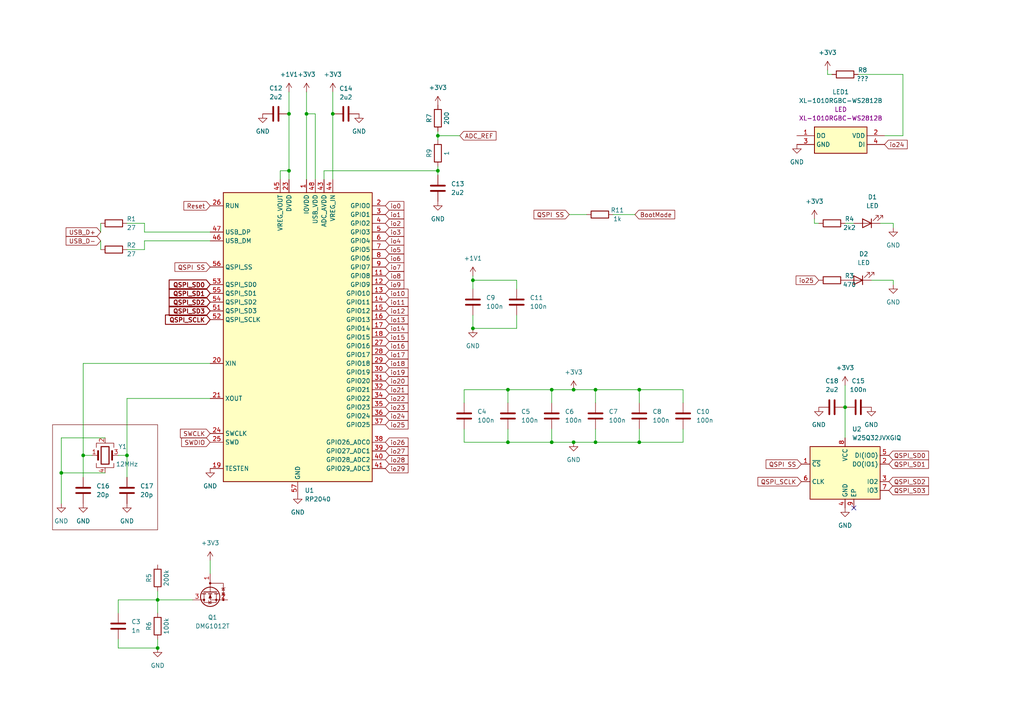
<source format=kicad_sch>
(kicad_sch (version 20211123) (generator eeschema)
  (paper "A4")
  (title_block (title "Pop-In RP2040 Module") (date "2023-07-14") (rev "0.1.0") (company "S. A. Miller"))
  (lib_symbols
    (symbol "Device:C" (pin_numbers hide) (pin_names (offset 0.254))
      (property "Reference" "C" (at 0.635 2.54 0))
      (property "Value" "C" (at 0.635 -2.54 0))
      (symbol "C_0_1"
        (polyline (pts (xy -2.032 -0.762) (xy 2.032 -0.762)) (stroke (width 0.508)))
        (polyline (pts (xy -2.032 0.762) (xy 2.032 0.762)) (stroke (width 0.508)))
      )
      (symbol "C_1_1"
        (pin passive line (at 0 3.81 270) (length 2.794) (name "~") (number "1"))
        (pin passive line (at 0 -3.81 90) (length 2.794) (name "~") (number "2"))
      )
    )
    (symbol "Device:Crystal_GND24" (pin_names (offset 1.016) hide)
      (property "Reference" "Y" (at 3.175 5.08 0))
      (property "Value" "Crystal_GND24" (at 3.175 3.175 0))
      (symbol "Crystal_GND24_0_1"
        (rectangle (start -1.143 2.54) (end 1.143 -2.54) (stroke (width 0.3048)))
        (polyline (pts (xy -2.54 0) (xy -2.032 0)))
        (polyline (pts (xy -2.032 -1.27) (xy -2.032 1.27)) (stroke (width 0.508)))
        (polyline (pts (xy 0 -3.81) (xy 0 -3.556)))
        (polyline (pts (xy 0 3.556) (xy 0 3.81)))
        (polyline (pts (xy 2.032 -1.27) (xy 2.032 1.27)) (stroke (width 0.508)))
        (polyline (pts (xy 2.032 0) (xy 2.54 0)))
        (polyline (pts (xy -2.54 -2.286) (xy -2.54 -3.556) (xy 2.54 -3.556) (xy 2.54 -2.286)))
        (polyline (pts (xy -2.54 2.286) (xy -2.54 3.556) (xy 2.54 3.556) (xy 2.54 2.286)))
      )
      (symbol "Crystal_GND24_1_1"
        (pin passive line (at -3.81 0 0) (length 1.27) (name "1") (number "1"))
        (pin passive line (at 0 5.08 270) (length 1.27) (name "2") (number "2"))
        (pin passive line (at 3.81 0 180) (length 1.27) (name "3") (number "3"))
        (pin passive line (at 0 -5.08 90) (length 1.27) (name "4") (number "4"))
      )
    )
    (symbol "Device:LED" (pin_numbers hide) (pin_names (offset 1.016) hide)
      (property "Reference" "D" (at 0 2.54 0))
      (property "Value" "LED" (at 0 -2.54 0))
      (symbol "LED_0_1"
        (polyline (pts (xy -1.27 -1.27) (xy -1.27 1.27)) (stroke (width 0.254)))
        (polyline (pts (xy -1.27 0) (xy 1.27 0)))
        (polyline (pts (xy 1.27 -1.27) (xy 1.27 1.27) (xy -1.27 0) (xy 1.27 -1.27)) (stroke (width 0.254)))
        (polyline (pts (xy -3.048 -0.762) (xy -4.572 -2.286) (xy -3.81 -2.286) (xy -4.572 -2.286) (xy -4.572 -1.524)))
        (polyline (pts (xy -1.778 -0.762) (xy -3.302 -2.286) (xy -2.54 -2.286) (xy -3.302 -2.286) (xy -3.302 -1.524)))
      )
      (symbol "LED_1_1"
        (pin passive line (at -3.81 0 0) (length 2.54) (name "K") (number "1"))
        (pin passive line (at 3.81 0 180) (length 2.54) (name "A") (number "2"))
      )
    )
    (symbol "Device:R" (pin_numbers hide) (pin_names (offset 0))
      (property "Reference" "R" (at 2.032 0 90))
      (property "Value" "R" (at 0 0 90))
      (symbol "R_0_1"
        (rectangle (start -1.016 -2.54) (end 1.016 2.54) (stroke (width 0.254)))
      )
      (symbol "R_1_1"
        (pin passive line (at 0 3.81 270) (length 1.27) (name "~") (number "1"))
        (pin passive line (at 0 -3.81 90) (length 1.27) (name "~") (number "2"))
      )
    )
    (symbol "MCU_RaspberryPi:RP2040"
      (property "Reference" "U" (at 17.78 45.72 0))
      (property "Value" "RP2040" (at 17.78 43.18 0))
      (symbol "RP2040_0_1"
        (rectangle (start -21.59 41.91) (end 21.59 -41.91) (stroke (width 0.254)) (fill (type background)))
      )
      (symbol "RP2040_1_1"
        (pin power_in line (at 2.54 45.72 270) (length 3.81) (name "IOVDD") (number "1"))
        (pin passive line (at 2.54 45.72 270) (length 3.81) hide (name "IOVDD") (number "10"))
        (pin bidirectional line (at 25.4 17.78 180) (length 3.81) (name "GPIO8") (number "11"))
        (pin bidirectional line (at 25.4 15.24 180) (length 3.81) (name "GPIO9") (number "12"))
        (pin bidirectional line (at 25.4 12.7 180) (length 3.81) (name "GPIO10") (number "13"))
        (pin bidirectional line (at 25.4 10.16 180) (length 3.81) (name "GPIO11") (number "14"))
        (pin bidirectional line (at 25.4 7.62 180) (length 3.81) (name "GPIO12") (number "15"))
        (pin bidirectional line (at 25.4 5.08 180) (length 3.81) (name "GPIO13") (number "16"))
        (pin bidirectional line (at 25.4 2.54 180) (length 3.81) (name "GPIO14") (number "17"))
        (pin bidirectional line (at 25.4 0 180) (length 3.81) (name "GPIO15") (number "18"))
        (pin input line (at -25.4 -38.1 0) (length 3.81) (name "TESTEN") (number "19"))
        (pin bidirectional line (at 25.4 38.1 180) (length 3.81) (name "GPIO0") (number "2"))
        (pin input line (at -25.4 -7.62 0) (length 3.81) (name "XIN") (number "20"))
        (pin passive line (at -25.4 -17.78 0) (length 3.81) (name "XOUT") (number "21"))
        (pin passive line (at 2.54 45.72 270) (length 3.81) hide (name "IOVDD") (number "22"))
        (pin power_in line (at -2.54 45.72 270) (length 3.81) (name "DVDD") (number "23"))
        (pin output line (at -25.4 -27.94 0) (length 3.81) (name "SWCLK") (number "24"))
        (pin bidirectional line (at -25.4 -30.48 0) (length 3.81) (name "SWD") (number "25"))
        (pin input line (at -25.4 38.1 0) (length 3.81) (name "RUN") (number "26"))
        (pin bidirectional line (at 25.4 -2.54 180) (length 3.81) (name "GPIO16") (number "27"))
        (pin bidirectional line (at 25.4 -5.08 180) (length 3.81) (name "GPIO17") (number "28"))
        (pin bidirectional line (at 25.4 -7.62 180) (length 3.81) (name "GPIO18") (number "29"))
        (pin bidirectional line (at 25.4 35.56 180) (length 3.81) (name "GPIO1") (number "3"))
        (pin bidirectional line (at 25.4 -10.16 180) (length 3.81) (name "GPIO19") (number "30"))
        (pin bidirectional line (at 25.4 -12.7 180) (length 3.81) (name "GPIO20") (number "31"))
        (pin bidirectional line (at 25.4 -15.24 180) (length 3.81) (name "GPIO21") (number "32"))
        (pin passive line (at 2.54 45.72 270) (length 3.81) hide (name "IOVDD") (number "33"))
        (pin bidirectional line (at 25.4 -17.78 180) (length 3.81) (name "GPIO22") (number "34"))
        (pin bidirectional line (at 25.4 -20.32 180) (length 3.81) (name "GPIO23") (number "35"))
        (pin bidirectional line (at 25.4 -22.86 180) (length 3.81) (name "GPIO24") (number "36"))
        (pin bidirectional line (at 25.4 -25.4 180) (length 3.81) (name "GPIO25") (number "37"))
        (pin bidirectional line (at 25.4 -30.48 180) (length 3.81) (name "GPIO26_ADC0") (number "38"))
        (pin bidirectional line (at 25.4 -33.02 180) (length 3.81) (name "GPIO27_ADC1") (number "39"))
        (pin bidirectional line (at 25.4 33.02 180) (length 3.81) (name "GPIO2") (number "4"))
        (pin bidirectional line (at 25.4 -35.56 180) (length 3.81) (name "GPIO28_ADC2") (number "40"))
        (pin bidirectional line (at 25.4 -38.1 180) (length 3.81) (name "GPIO29_ADC3") (number "41"))
        (pin passive line (at 2.54 45.72 270) (length 3.81) hide (name "IOVDD") (number "42"))
        (pin power_in line (at 7.62 45.72 270) (length 3.81) (name "ADC_AVDD") (number "43"))
        (pin power_in line (at 10.16 45.72 270) (length 3.81) (name "VREG_IN") (number "44"))
        (pin power_out line (at -5.08 45.72 270) (length 3.81) (name "VREG_VOUT") (number "45"))
        (pin bidirectional line (at -25.4 27.94 0) (length 3.81) (name "USB_DM") (number "46"))
        (pin bidirectional line (at -25.4 30.48 0) (length 3.81) (name "USB_DP") (number "47"))
        (pin power_in line (at 5.08 45.72 270) (length 3.81) (name "USB_VDD") (number "48"))
        (pin passive line (at 2.54 45.72 270) (length 3.81) hide (name "IOVDD") (number "49"))
        (pin bidirectional line (at 25.4 30.48 180) (length 3.81) (name "GPIO3") (number "5"))
        (pin passive line (at -2.54 45.72 270) (length 3.81) hide (name "DVDD") (number "50"))
        (pin bidirectional line (at -25.4 7.62 0) (length 3.81) (name "QSPI_SD3") (number "51"))
        (pin output line (at -25.4 5.08 0) (length 3.81) (name "QSPI_SCLK") (number "52"))
        (pin bidirectional line (at -25.4 15.24 0) (length 3.81) (name "QSPI_SD0") (number "53"))
        (pin bidirectional line (at -25.4 10.16 0) (length 3.81) (name "QSPI_SD2") (number "54"))
        (pin bidirectional line (at -25.4 12.7 0) (length 3.81) (name "QSPI_SD1") (number "55"))
        (pin bidirectional line (at -25.4 20.32 0) (length 3.81) (name "QSPI_SS") (number "56"))
        (pin power_in line (at 0 -45.72 90) (length 3.81) (name "GND") (number "57"))
        (pin bidirectional line (at 25.4 27.94 180) (length 3.81) (name "GPIO4") (number "6"))
        (pin bidirectional line (at 25.4 25.4 180) (length 3.81) (name "GPIO5") (number "7"))
        (pin bidirectional line (at 25.4 22.86 180) (length 3.81) (name "GPIO6") (number "8"))
        (pin bidirectional line (at 25.4 20.32 180) (length 3.81) (name "GPIO7") (number "9"))
      )
    )
    (symbol "Memory_Flash:W25Q32JVZP"
      (property "Reference" "U" (at -8.89 8.89 0))
      (property "Value" "W25Q32JVZP" (at 7.62 8.89 0))
      (symbol "W25Q32JVZP_0_1"
        (rectangle (start -10.16 7.62) (end 10.16 -7.62) (stroke (width 0.254)) (fill (type background)))
      )
      (symbol "W25Q32JVZP_1_1"
        (pin input line (at -12.7 2.54 0) (length 2.54) (name "~{CS}") (number "1"))
        (pin bidirectional line (at 12.7 2.54 180) (length 2.54) (name "DO(IO1)") (number "2"))
        (pin bidirectional line (at 12.7 -2.54 180) (length 2.54) (name "IO2") (number "3"))
        (pin power_in line (at 0 -10.16 90) (length 2.54) (name "GND") (number "4"))
        (pin bidirectional line (at 12.7 5.08 180) (length 2.54) (name "DI(IO0)") (number "5"))
        (pin input line (at -12.7 -2.54 0) (length 2.54) (name "CLK") (number "6"))
        (pin bidirectional line (at 12.7 -5.08 180) (length 2.54) (name "IO3") (number "7"))
        (pin power_in line (at 0 10.16 270) (length 2.54) (name "VCC") (number "8"))
        (pin passive line (at 2.54 -10.16 90) (length 2.54) (name "EP") (number "9"))
      )
    )
    (symbol "Transistor_FET:DMG1012T" (pin_names (offset 0) hide)
      (property "Reference" "Q" (at 5.08 1.905 0))
      (property "Value" "DMG1012T" (at 5.08 0 0))
      (symbol "DMG1012T_0_1"
        (polyline (pts (xy 2.54 -3.81) (xy -2.286 -3.81) (xy -2.286 0)))
      )
      (symbol "DMG1012T_1_1"
        (circle (center -2.286 0) (radius 0.254) (fill (type outline)))
        (polyline (pts (xy 0.254 0) (xy -2.54 0)))
        (polyline (pts (xy 0.254 1.905) (xy 0.254 -1.905)) (stroke (width 0.254)))
        (polyline (pts (xy 0.762 -1.27) (xy 0.762 -2.286)) (stroke (width 0.254)))
        (polyline (pts (xy 0.762 0.508) (xy 0.762 -0.508)) (stroke (width 0.254)))
        (polyline (pts (xy 0.762 2.286) (xy 0.762 1.27)) (stroke (width 0.254)))
        (polyline (pts (xy 2.54 2.54) (xy 2.54 1.778)))
        (polyline (pts (xy 2.54 -2.54) (xy 2.54 0) (xy 0.762 0)))
        (polyline (pts (xy -1.016 -4.318) (xy -0.889 -4.191) (xy -0.889 -3.429) (xy -0.762 -3.302)))
        (polyline (pts (xy -0.889 -3.81) (xy -0.254 -4.191) (xy -0.254 -3.429) (xy -0.889 -3.81)))
        (polyline (pts (xy 0.762 -1.778) (xy 3.302 -1.778) (xy 3.302 1.778) (xy 0.762 1.778)))
        (polyline (pts (xy 1.016 0) (xy 2.032 0.381) (xy 2.032 -0.381) (xy 1.016 0)) (fill (type outline)))
        (polyline (pts (xy 1.143 -3.81) (xy 0.508 -3.429) (xy 0.508 -4.191) (xy 1.143 -3.81)))
        (polyline (pts (xy 1.27 -3.302) (xy 1.143 -3.429) (xy 1.143 -4.191) (xy 1.016 -4.318)))
        (polyline (pts (xy 2.794 0.508) (xy 2.921 0.381) (xy 3.683 0.381) (xy 3.81 0.254)))
        (polyline (pts (xy 3.302 0.381) (xy 2.921 -0.254) (xy 3.683 -0.254) (xy 3.302 0.381)))
        (circle (center 1.651 0) (radius 2.794) (stroke (width 0.254)))
        (circle (center 2.54 -3.81) (radius 0.254) (fill (type outline)))
        (circle (center 2.54 -1.778) (radius 0.254) (fill (type outline)))
        (circle (center 2.54 1.778) (radius 0.254) (fill (type outline)))
        (pin input line (at -5.08 0 0) (length 2.54) (name "G") (number "1"))
        (pin passive line (at 2.54 -5.08 90) (length 2.54) (name "S") (number "2"))
        (pin passive line (at 2.54 5.08 270) (length 2.54) (name "D") (number "3"))
      )
    )
    (symbol "XL-1010RGBC-WS2812B:XL-1010RGBC-WS2812B"
      (property "Value" "XL-1010RGBC-WS2812B" (at 0 0 0))
      (property "Reference_1" "LED" (at 21.59 7.62 0))
      (property "Value_1" "XL-1010RGBC-WS2812B" (at 21.59 5.08 0))
      (symbol "XL-1010RGBC-WS2812B_1_1"
        (rectangle (start 5.08 2.54) (end 20.32 -5.08) (stroke (width 0.254)) (fill (type background)))
        (pin passive line (at 0 0 0) (length 5.08) (name "DO") (number "1"))
        (pin passive line (at 25.4 0 180) (length 5.08) (name "VDD") (number "2"))
        (pin passive line (at 0 -2.54 0) (length 5.08) (name "GND") (number "3"))
        (pin passive line (at 25.4 -2.54 180) (length 5.08) (name "DI") (number "4"))
      )
    )
    (symbol "power:+1V1" (power) (pin_names (offset 0))
      (property "Value" "+1V1" (at 0 3.556 0))
      (symbol "+1V1_0_1"
        (polyline (pts (xy -0.762 1.27) (xy 0 2.54)))
        (polyline (pts (xy 0 0) (xy 0 2.54)))
        (polyline (pts (xy 0 2.54) (xy 0.762 1.27)))
      )
      (symbol "+1V1_1_1"
        (pin power_in line (at 0 0 90) (length 0) hide (name "+1V1") (number "1"))
      )
    )
    (symbol "power:+3V3" (power) (pin_names (offset 0))
      (property "Value" "+3V3" (at 0 3.556 0))
      (symbol "+3V3_0_1"
        (polyline (pts (xy -0.762 1.27) (xy 0 2.54)))
        (polyline (pts (xy 0 0) (xy 0 2.54)))
        (polyline (pts (xy 0 2.54) (xy 0.762 1.27)))
      )
      (symbol "+3V3_1_1"
        (pin power_in line (at 0 0 90) (length 0) hide (name "+3V3") (number "1"))
      )
    )
    (symbol "power:GND" (power) (pin_names (offset 0))
      (property "Value" "GND" (at 0 -3.81 0))
      (symbol "GND_0_1"
        (polyline (pts (xy 0 0) (xy 0 -1.27) (xy 1.27 -1.27) (xy 0 -2.54) (xy -1.27 -1.27) (xy 0 -1.27)))
      )
      (symbol "GND_1_1"
        (pin power_in line (at 0 0 270) (length 0) hide (name "GND") (number "1"))
      )
    )
  )
  (junction (at 166.37 113.03))
  (junction (at 147.32 113.03))
  (junction (at 45.72 173.99))
  (junction (at 24.13 132.08))
  (junction (at 185.42 128.27))
  (junction (at 17.78 137.16))
  (junction (at 88.9 33.02))
  (junction (at 185.42 113.03))
  (junction (at 160.02 128.27))
  (junction (at 36.83 132.08))
  (junction (at 172.72 128.27))
  (junction (at 137.16 95.25))
  (junction (at 172.72 113.03))
  (junction (at 83.82 33.02))
  (junction (at 137.16 81.28))
  (junction (at 127 49.53))
  (junction (at 160.02 113.03))
  (junction (at 245.11 118.11))
  (junction (at 166.37 128.27))
  (junction (at 147.32 128.27))
  (junction (at 83.82 49.53))
  (junction (at 96.52 33.02))
  (junction (at 127 39.37))
  (junction (at 45.72 187.96))
  (no_connect (at 247.65 147.32))
  (wire (pts (xy 245.11 111.76) (xy 245.11 118.11)))
  (wire (pts (xy 248.92 21.59) (xy 261.8855 21.59)))
  (wire (pts (xy 134.62 124.46) (xy 134.62 128.27)))
  (polyline (pts (xy 15.24 123.19) (xy 15.24 153.67)) (stroke (width 0) (type solid) (color 127 31 31 1)))
  (wire (pts (xy 45.72 187.96) (xy 45.72 185.42)))
  (wire (pts (xy 172.72 128.27) (xy 185.42 128.27)))
  (wire (pts (xy 83.82 33.02) (xy 83.82 49.53)))
  (wire (pts (xy 17.78 127) (xy 17.78 137.16)))
  (wire (pts (xy 29.21 69.85) (xy 29.21 72.39)))
  (wire (pts (xy 166.37 128.27) (xy 172.72 128.27)))
  (wire (pts (xy 240.03 21.59) (xy 241.3 21.59)))
  (wire (pts (xy 34.29 187.96) (xy 45.72 187.96)))
  (wire (pts (xy 147.32 113.03) (xy 147.32 116.84)))
  (wire (pts (xy 160.02 113.03) (xy 160.02 116.84)))
  (wire (pts (xy 88.9 33.02) (xy 88.9 52.07)))
  (wire (pts (xy 240.03 20.32) (xy 240.03 21.59)))
  (wire (pts (xy 147.32 113.03) (xy 160.02 113.03)))
  (wire (pts (xy 166.37 113.03) (xy 172.72 113.03)))
  (wire (pts (xy 160.02 113.03) (xy 166.37 113.03)))
  (wire (pts (xy 137.16 81.28) (xy 137.16 83.82)))
  (wire (pts (xy 30.48 127) (xy 17.78 127)))
  (wire (pts (xy 24.13 132.08) (xy 24.13 138.43)))
  (wire (pts (xy 149.86 81.28) (xy 137.16 81.28)))
  (wire (pts (xy 24.13 132.08) (xy 26.67 132.08)))
  (wire (pts (xy 198.12 113.03) (xy 185.42 113.03)))
  (wire (pts (xy 149.86 95.25) (xy 137.16 95.25)))
  (wire (pts (xy 34.29 132.08) (xy 36.83 132.08)))
  (wire (pts (xy 93.98 49.53) (xy 93.98 52.07)))
  (wire (pts (xy 177.8 62.23) (xy 184.15 62.23)))
  (wire (pts (xy 36.83 72.39) (xy 41.91 72.39)))
  (wire (pts (xy 29.21 64.77) (xy 29.21 67.31)))
  (wire (pts (xy 255.27 64.77) (xy 259.08 64.77)))
  (wire (pts (xy 34.29 177.8) (xy 34.29 173.99)))
  (wire (pts (xy 127 38.1) (xy 127 39.37)))
  (wire (pts (xy 127 48.26) (xy 127 49.53)))
  (wire (pts (xy 55.88 173.99) (xy 45.72 173.99)))
  (wire (pts (xy 24.13 105.41) (xy 24.13 132.08)))
  (polyline (pts (xy 45.72 153.67) (xy 45.72 123.19)) (stroke (width 0) (type solid) (color 127 31 31 1)))
  (wire (pts (xy 93.98 49.53) (xy 127 49.53)))
  (wire (pts (xy 127 39.37) (xy 127 40.64)))
  (wire (pts (xy 134.62 116.84) (xy 134.62 113.03)))
  (wire (pts (xy 149.86 83.82) (xy 149.86 81.28)))
  (wire (pts (xy 91.44 52.07) (xy 91.44 33.02)))
  (wire (pts (xy 134.62 113.03) (xy 147.32 113.03)))
  (wire (pts (xy 41.91 64.77) (xy 41.91 67.31)))
  (wire (pts (xy 261.8855 21.59) (xy 261.8855 39.37)))
  (wire (pts (xy 198.12 128.27) (xy 198.12 124.46)))
  (wire (pts (xy 236.22 63.5) (xy 236.22 64.77)))
  (wire (pts (xy 185.42 113.03) (xy 185.42 116.84)))
  (wire (pts (xy 259.08 64.77) (xy 259.08 66.04)))
  (wire (pts (xy 96.52 33.02) (xy 96.52 52.07)))
  (wire (pts (xy 160.02 128.27) (xy 166.37 128.27)))
  (wire (pts (xy 160.02 124.46) (xy 160.02 128.27)))
  (wire (pts (xy 60.96 115.57) (xy 36.83 115.57)))
  (wire (pts (xy 172.72 113.03) (xy 185.42 113.03)))
  (wire (pts (xy 261.8855 39.37) (xy 256.54 39.37)))
  (polyline (pts (xy 15.24 153.67) (xy 45.72 153.67)) (stroke (width 0) (type solid) (color 127 31 31 1)))
  (wire (pts (xy 60.96 105.41) (xy 24.13 105.41)))
  (wire (pts (xy 185.42 128.27) (xy 198.12 128.27)))
  (wire (pts (xy 36.83 64.77) (xy 41.91 64.77)))
  (wire (pts (xy 36.83 115.57) (xy 36.83 132.08)))
  (wire (pts (xy 88.9 26.67) (xy 88.9 33.02)))
  (wire (pts (xy 149.86 91.44) (xy 149.86 95.25)))
  (polyline (pts (xy 15.24 123.19) (xy 45.72 123.19)) (stroke (width 0) (type solid) (color 127 31 31 1)))
  (wire (pts (xy 83.82 26.67) (xy 83.82 33.02)))
  (wire (pts (xy 147.32 124.46) (xy 147.32 128.27)))
  (wire (pts (xy 36.83 132.08) (xy 36.83 138.43)))
  (wire (pts (xy 34.29 185.42) (xy 34.29 187.96)))
  (wire (pts (xy 252.73 81.28) (xy 259.08 81.28)))
  (wire (pts (xy 172.72 113.03) (xy 172.72 116.84)))
  (wire (pts (xy 41.91 67.31) (xy 60.96 67.31)))
  (wire (pts (xy 83.82 49.53) (xy 81.28 49.53)))
  (wire (pts (xy 41.91 69.85) (xy 60.96 69.85)))
  (wire (pts (xy 137.16 80.01) (xy 137.16 81.28)))
  (wire (pts (xy 91.44 33.02) (xy 88.9 33.02)))
  (wire (pts (xy 259.08 81.28) (xy 259.08 82.55)))
  (wire (pts (xy 83.82 49.53) (xy 83.82 52.07)))
  (wire (pts (xy 45.72 173.99) (xy 45.72 177.8)))
  (wire (pts (xy 245.11 118.11) (xy 245.11 127)))
  (wire (pts (xy 41.91 72.39) (xy 41.91 69.85)))
  (wire (pts (xy 81.28 49.53) (xy 81.28 52.07)))
  (wire (pts (xy 96.52 26.67) (xy 96.52 33.02)))
  (wire (pts (xy 127 39.37) (xy 133.35 39.37)))
  (wire (pts (xy 185.42 124.46) (xy 185.42 128.27)))
  (wire (pts (xy 30.48 137.16) (xy 17.78 137.16)))
  (wire (pts (xy 60.96 162.56) (xy 60.96 166.37)))
  (wire (pts (xy 172.72 124.46) (xy 172.72 128.27)))
  (wire (pts (xy 134.62 128.27) (xy 147.32 128.27)))
  (wire (pts (xy 34.29 173.99) (xy 45.72 173.99)))
  (wire (pts (xy 165.1 62.23) (xy 170.18 62.23)))
  (wire (pts (xy 137.16 95.25) (xy 137.16 91.44)))
  (wire (pts (xy 247.65 64.77) (xy 245.11 64.77)))
  (wire (pts (xy 236.22 64.77) (xy 237.49 64.77)))
  (wire (pts (xy 45.72 173.99) (xy 45.72 171.45)))
  (wire (pts (xy 17.78 137.16) (xy 17.78 146.05)))
  (wire (pts (xy 198.12 116.84) (xy 198.12 113.03)))
  (wire (pts (xy 127 49.53) (xy 127 50.8)))
  (wire (pts (xy 147.32 128.27) (xy 160.02 128.27)))
  (global_label "io20" (shape input) (at 111.76 110.49 0) (property "Intersheet References" "${INTERSHEET_REFS}" (effects hide)))
  (global_label "io8" (shape input) (at 111.76 80.01 0) (property "Intersheet References" "${INTERSHEET_REFS}" (effects hide)))
  (global_label "QSPI_SD0" (shape input) (at 60.96 82.55 180) (effects (font (thickness 0.254) bold)) (property "Intersheet References" "${INTERSHEET_REFS}" (effects hide)))
  (global_label "QSPI_SD0" (shape input) (at 257.81 132.08 0) (property "Intersheet References" "${INTERSHEET_REFS}" (effects hide)))
  (global_label "io13" (shape input) (at 111.76 92.71 0) (property "Intersheet References" "${INTERSHEET_REFS}" (effects hide)))
  (global_label "QSPI_SD1" (shape input) (at 257.81 134.62 0) (property "Intersheet References" "${INTERSHEET_REFS}" (effects hide)))
  (global_label "io3" (shape input) (at 111.76 67.31 0) (property "Intersheet References" "${INTERSHEET_REFS}" (effects hide)))
  (global_label "io9" (shape input) (at 111.76 82.55 0) (property "Intersheet References" "${INTERSHEET_REFS}" (effects hide)))
  (global_label "QSPI SS" (shape input) (at 165.1 62.23 180) (property "Intersheet References" "${INTERSHEET_REFS}" (effects hide)))
  (global_label "io27" (shape input) (at 111.76 130.81 0) (property "Intersheet References" "${INTERSHEET_REFS}" (effects hide)))
  (global_label "io12" (shape input) (at 111.76 90.17 0) (property "Intersheet References" "${INTERSHEET_REFS}" (effects hide)))
  (global_label "QSPI_SD3" (shape input) (at 257.81 142.24 0) (property "Intersheet References" "${INTERSHEET_REFS}" (effects hide)))
  (global_label "io24" (shape input) (at 111.76 120.65 0) (property "Intersheet References" "${INTERSHEET_REFS}" (effects hide)))
  (global_label "io14" (shape input) (at 111.76 95.25 0) (property "Intersheet References" "${INTERSHEET_REFS}" (effects hide)))
  (global_label "io25" (shape input) (at 237.49 81.28 180) (property "Intersheet References" "${INTERSHEET_REFS}" (effects hide)))
  (global_label "QSPI_SD3" (shape input) (at 60.96 90.17 180) (effects (font (thickness 0.254) bold)) (property "Intersheet References" "${INTERSHEET_REFS}" (effects hide)))
  (global_label "SWDIO" (shape input) (at 60.96 128.27 180) (property "Intersheet References" "${INTERSHEET_REFS}" (effects hide)))
  (global_label "QSPI_SD2" (shape input) (at 60.96 87.63 180) (effects (font (thickness 0.254) bold)) (property "Intersheet References" "${INTERSHEET_REFS}" (effects hide)))
  (global_label "io5" (shape input) (at 111.76 72.39 0) (property "Intersheet References" "${INTERSHEET_REFS}" (effects hide)))
  (global_label "io1" (shape input) (at 111.76 62.23 0) (property "Intersheet References" "${INTERSHEET_REFS}" (effects hide)))
  (global_label "io22" (shape input) (at 111.76 115.57 0) (property "Intersheet References" "${INTERSHEET_REFS}" (effects hide)))
  (global_label "BootMode" (shape input) (at 184.15 62.23 0) (property "Intersheet References" "${INTERSHEET_REFS}" (effects hide)))
  (global_label "QSPI SS" (shape input) (at 232.41 134.62 180) (property "Intersheet References" "${INTERSHEET_REFS}" (effects hide)))
  (global_label "io19" (shape input) (at 111.76 107.95 0) (property "Intersheet References" "${INTERSHEET_REFS}" (effects hide)))
  (global_label "QSPI_SCLK" (shape input) (at 60.96 92.71 180) (effects (font (thickness 0.254) bold)) (property "Intersheet References" "${INTERSHEET_REFS}" (effects hide)))
  (global_label "io16" (shape input) (at 111.76 100.33 0) (property "Intersheet References" "${INTERSHEET_REFS}" (effects hide)))
  (global_label "io0" (shape input) (at 111.76 59.69 0) (property "Intersheet References" "${INTERSHEET_REFS}" (effects hide)))
  (global_label "io28" (shape input) (at 111.76 133.35 0) (property "Intersheet References" "${INTERSHEET_REFS}" (effects hide)))
  (global_label "ADC_REF" (shape input) (at 133.35 39.37 0) (property "Intersheet References" "${INTERSHEET_REFS}" (effects hide)))
  (global_label "io15" (shape input) (at 111.76 97.79 0) (property "Intersheet References" "${INTERSHEET_REFS}" (effects hide)))
  (global_label "io10" (shape input) (at 111.76 85.09 0) (property "Intersheet References" "${INTERSHEET_REFS}" (effects hide)))
  (global_label "io11" (shape input) (at 111.76 87.63 0) (property "Intersheet References" "${INTERSHEET_REFS}" (effects hide)))
  (global_label "io23" (shape input) (at 111.76 118.11 0) (property "Intersheet References" "${INTERSHEET_REFS}" (effects hide)))
  (global_label "io26" (shape input) (at 111.76 128.27 0) (property "Intersheet References" "${INTERSHEET_REFS}" (effects hide)))
  (global_label "QSPI_SCLK" (shape input) (at 232.41 139.7 180) (property "Intersheet References" "${INTERSHEET_REFS}" (effects hide)))
  (global_label "io2" (shape input) (at 111.76 64.77 0) (property "Intersheet References" "${INTERSHEET_REFS}" (effects hide)))
  (global_label "io25" (shape input) (at 111.76 123.19 0) (property "Intersheet References" "${INTERSHEET_REFS}" (effects hide)))
  (global_label "io4" (shape input) (at 111.76 69.85 0) (property "Intersheet References" "${INTERSHEET_REFS}" (effects hide)))
  (global_label "io6" (shape input) (at 111.76 74.93 0) (property "Intersheet References" "${INTERSHEET_REFS}" (effects hide)))
  (global_label "QSPI SS" (shape input) (at 60.96 77.47 180) (property "Intersheet References" "${INTERSHEET_REFS}" (effects hide)))
  (global_label "Reset" (shape input) (at 60.96 59.69 180) (property "Intersheet References" "${INTERSHEET_REFS}" (effects hide)))
  (global_label "QSPI_SD1" (shape input) (at 60.96 85.09 180) (effects (font (thickness 0.254) bold)) (property "Intersheet References" "${INTERSHEET_REFS}" (effects hide)))
  (global_label "QSPI_SD2" (shape input) (at 257.81 139.7 0) (property "Intersheet References" "${INTERSHEET_REFS}" (effects hide)))
  (global_label "io7" (shape input) (at 111.76 77.47 0) (property "Intersheet References" "${INTERSHEET_REFS}" (effects hide)))
  (global_label "io18" (shape input) (at 111.76 105.41 0) (property "Intersheet References" "${INTERSHEET_REFS}" (effects hide)))
  (global_label "USB_D+" (shape input) (at 29.21 67.31 180) (property "Intersheet References" "${INTERSHEET_REFS}" (effects hide)))
  (global_label "io24" (shape input) (at 256.54 41.91 0) (property "Intersheet References" "${INTERSHEET_REFS}" (effects hide)))
  (global_label "io21" (shape input) (at 111.76 113.03 0) (property "Intersheet References" "${INTERSHEET_REFS}" (effects hide)))
  (global_label "SWCLK" (shape input) (at 60.96 125.73 180) (property "Intersheet References" "${INTERSHEET_REFS}" (effects hide)))
  (global_label "USB_D-" (shape input) (at 29.21 69.85 180) (property "Intersheet References" "${INTERSHEET_REFS}" (effects hide)))
  (global_label "io17" (shape input) (at 111.76 102.87 0) (property "Intersheet References" "${INTERSHEET_REFS}" (effects hide)))
  (global_label "io29" (shape input) (at 111.76 135.89 0) (property "Intersheet References" "${INTERSHEET_REFS}" (effects hide)))
  (symbol (lib_id "power:+3V3") (at 88.9 26.67 0) (unit 1)
    (property "Reference" "#PWR0105" (effects hide))
    (property "Value" "+3V3" (at 88.9 21.59 0))
  )
  (symbol (lib_id "Memory_Flash:W25Q32JVZP") (at 245.11 137.16 0) (unit 1)
    (property "Reference" "U2" (at 247.1294 124.46 0) (effects (justify left)))
    (property "Value" "W25Q32JVXGIQ" (at 247.1294 127 0) (effects (justify left)))
    (property "Footprint" "Tinker RP2040:SON80P400X400X50-9N" (effects hide))
    (property "Datasheet" "http://www.winbond.com/resource-files/w25q32jv%20revg%2003272018%20plus.pdf" (effects hide))
  )
  (symbol (lib_id "Device:C") (at 34.29 181.61 0) (unit 1) (in_bom no) (on_board no)
    (property "Reference" "C3" (at 38.1 180.3399 0) (effects (justify left)))
    (property "Value" "1n" (at 38.1 182.8799 0) (effects (justify left)))
    (property "Footprint" "Capacitor_SMD:C_0402_1005Metric" (effects hide))
  )
  (symbol (lib_id "Transistor_FET:DMG1012T") (at 60.96 171.45 90) (mirror x) (unit 1) (in_bom no) (on_board no)
    (property "Reference" "Q1" (at 61.6585 179.07 90))
    (property "Value" "DMG1012T" (at 61.6585 181.61 90))
    (property "Footprint" "Package_TO_SOT_SMD:SOT-523" (effects hide))
    (property "Datasheet" "https://www.diodes.com/assets/Datasheets/ds31783.pdf" (effects hide))
  )
  (symbol (lib_id "power:GND") (at 137.16 95.25 0) (unit 1)
    (property "Reference" "#PWR0112" (effects hide))
    (property "Value" "GND" (at 137.16 100.33 0))
  )
  (symbol (lib_id "Device:R") (at 241.3 64.77 90) (unit 1)
    (property "Reference" "R4" (at 246.38 63.5 90))
    (property "Value" "2k2" (at 246.38 66.04 90))
    (property "Footprint" "Resistor_SMD:R_0402_1005Metric" (effects hide))
  )
  (symbol (lib_id "power:+3V3") (at 245.11 111.76 0) (unit 1)
    (property "Reference" "#PWR0104" (effects hide))
    (property "Value" "+3V3" (at 245.11 106.68 0))
  )
  (symbol (lib_id "power:+3V3") (at 96.52 26.67 0) (unit 1)
    (property "Reference" "#PWR0103" (effects hide))
    (property "Value" "+3V3" (at 96.52 21.59 0))
  )
  (symbol (lib_id "MCU_RaspberryPi:RP2040") (at 86.36 97.79 0) (unit 1)
    (property "Reference" "U1" (at 88.3794 142.24 0) (effects (justify left)))
    (property "Value" "RP2040" (at 88.3794 144.78 0) (effects (justify left)))
    (property "Footprint" "Tinker RP2040:QFN-56-1EP_7x7mm_P0.4mm_EP3.2x3.2mm" (effects hide))
    (property "Datasheet" "https://datasheets.raspberrypi.com/rp2040/rp2040-datasheet.pdf" (effects hide))
  )
  (symbol (lib_id "power:GND") (at 76.2 33.02 0) (unit 1)
    (property "Reference" "#PWR0117" (effects hide))
    (property "Value" "GND" (at 76.2 38.1 0))
  )
  (symbol (lib_id "Device:C") (at 24.13 142.24 0) (unit 1)
    (property "Reference" "C16" (at 27.94 140.9699 0) (effects (justify left)))
    (property "Value" "20p" (at 27.94 143.5099 0) (effects (justify left)))
    (property "Footprint" "Capacitor_SMD:C_0402_1005Metric" (effects hide))
    (property "LCSC" "C408549 (20pf C325469)" (effects hide))
  )
  (symbol (lib_id "Device:C") (at 134.62 120.65 0) (unit 1)
    (property "Reference" "C4" (at 138.43 119.3799 0) (effects (justify left)))
    (property "Value" "100n" (at 138.43 121.9199 0) (effects (justify left)))
    (property "Footprint" "Capacitor_SMD:C_0402_1005Metric" (effects hide))
  )
  (symbol (lib_id "Device:C") (at 198.12 120.65 0) (unit 1)
    (property "Reference" "C10" (at 201.93 119.3799 0) (effects (justify left)))
    (property "Value" "100n" (at 201.93 121.9199 0) (effects (justify left)))
    (property "Footprint" "Capacitor_SMD:C_0402_1005Metric" (effects hide))
  )
  (symbol (lib_id "power:+3V3") (at 60.96 162.56 0) (unit 1)
    (property "Reference" "#PWR0127" (effects hide))
    (property "Value" "+3V3" (at 60.96 157.48 0))
  )
  (symbol (lib_id "Device:C") (at 36.83 142.24 0) (unit 1)
    (property "Reference" "C17" (at 40.64 140.9699 0) (effects (justify left)))
    (property "Value" "20p" (at 40.64 143.5099 0) (effects (justify left)))
    (property "Footprint" "Capacitor_SMD:C_0402_1005Metric" (effects hide))
    (property "LCSC" "C408549 (20pf C325469)" (effects hide))
  )
  (symbol (lib_id "Device:R") (at 33.02 72.39 90) (unit 1)
    (property "Reference" "R2" (at 38.1 71.12 90))
    (property "Value" "27" (at 38.1 73.66 90))
    (property "Footprint" "Resistor_SMD:R_0402_1005Metric" (effects hide))
  )
  (symbol (lib_id "power:GND") (at 252.73 118.11 0) (unit 1)
    (property "Reference" "#PWR0107" (effects hide))
    (property "Value" "GND" (at 252.73 123.19 0))
  )
  (symbol (lib_id "power:+1V1") (at 137.16 80.01 0) (unit 1)
    (property "Reference" "#PWR0111" (effects hide))
    (property "Value" "+1V1" (at 137.16 74.93 0))
  )
  (symbol (lib_id "power:+3V3") (at 236.22 63.5 0) (unit 1)
    (property "Reference" "#PWR0121" (effects hide))
    (property "Value" "+3V3" (at 236.22 58.42 0))
  )
  (symbol (lib_id "power:+3V3") (at 166.37 113.03 0) (unit 1)
    (property "Reference" "#PWR0110" (effects hide))
    (property "Value" "+3V3" (at 166.37 107.95 0))
  )
  (symbol (lib_id "power:GND") (at 166.37 128.27 0) (unit 1)
    (property "Reference" "#PWR0109" (effects hide))
    (property "Value" "GND" (at 166.37 133.35 0))
  )
  (symbol (lib_id "power:+3V3") (at 127 30.48 0) (unit 1)
    (property "Reference" "#PWR0124" (effects hide))
    (property "Value" "+3V3" (at 127 25.4 0))
  )
  (symbol (lib_id "Device:C") (at 185.42 120.65 0) (unit 1)
    (property "Reference" "C8" (at 189.23 119.3799 0) (effects (justify left)))
    (property "Value" "100n" (at 189.23 121.9199 0) (effects (justify left)))
    (property "Footprint" "Capacitor_SMD:C_0402_1005Metric" (effects hide))
  )
  (symbol (lib_id "Device:C") (at 147.32 120.65 0) (unit 1)
    (property "Reference" "C5" (at 151.13 119.3799 0) (effects (justify left)))
    (property "Value" "100n" (at 151.13 121.9199 0) (effects (justify left)))
    (property "Footprint" "Capacitor_SMD:C_0402_1005Metric" (effects hide))
  )
  (symbol (lib_id "power:GND") (at 24.13 146.05 0) (unit 1)
    (property "Reference" "#PWR0114" (effects hide))
    (property "Value" "GND" (at 24.13 151.13 0))
  )
  (symbol (lib_id "Device:R") (at 127 34.29 180) (unit 1)
    (property "Reference" "R7" (at 124.46 34.29 90))
    (property "Value" "200" (at 129.54 34.29 90))
    (property "Footprint" "Resistor_SMD:R_0402_1005Metric" (effects hide))
  )
  (symbol (lib_id "Device:C") (at 248.92 118.11 90) (unit 1)
    (property "Reference" "C15" (at 248.92 110.49 90))
    (property "Value" "100n" (at 248.92 113.03 90))
    (property "Footprint" "Capacitor_SMD:C_0402_1005Metric" (effects hide))
  )
  (symbol (lib_id "Device:R") (at 245.11 21.59 90) (unit 1)
    (property "Reference" "R8" (at 250.19 20.32 90))
    (property "Value" "???" (at 250.19 22.86 90))
    (property "Footprint" "Resistor_SMD:R_0402_1005Metric" (effects hide))
  )
  (symbol (lib_id "power:GND") (at 237.49 118.11 0) (unit 1)
    (property "Reference" "#PWR0115" (effects hide))
    (property "Value" "GND" (at 237.49 123.19 0))
  )
  (symbol (lib_id "Device:R") (at 45.72 167.64 180) (unit 1) (in_bom no) (on_board no)
    (property "Reference" "R5" (at 43.18 167.64 90))
    (property "Value" "200k" (at 48.26 167.64 90))
    (property "Footprint" "Resistor_SMD:R_0402_1005Metric" (effects hide))
  )
  (symbol (lib_id "power:GND") (at 86.36 143.51 0) (unit 1)
    (property "Reference" "#PWR0101" (effects hide))
    (property "Value" "GND" (at 86.36 148.59 0))
  )
  (symbol (lib_id "power:GND") (at 245.11 147.32 0) (unit 1)
    (property "Reference" "#PWR0102" (effects hide))
    (property "Value" "GND" (at 245.11 152.4 0))
  )
  (symbol (lib_id "Device:C") (at 127 54.61 180) (unit 1)
    (property "Reference" "C13" (at 130.81 53.3399 0) (effects (justify right)))
    (property "Value" "2u2" (at 130.81 55.8799 0) (effects (justify right)))
    (property "Footprint" "Capacitor_SMD:C_0402_1005Metric" (effects hide))
  )
  (symbol (lib_id "Device:C") (at 80.01 33.02 90) (unit 1)
    (property "Reference" "C12" (at 80.01 25.5752 90))
    (property "Value" "2u2" (at 80.01 28.1152 90))
    (property "Footprint" "Capacitor_SMD:C_0402_1005Metric" (effects hide))
  )
  (symbol (lib_id "power:GND") (at 127 58.42 0) (unit 1)
    (property "Reference" "#PWR0125" (effects hide))
    (property "Value" "GND" (at 127 63.5 0))
  )
  (symbol (lib_id "Device:Crystal_GND24") (at 30.48 132.08 0) (unit 1)
    (property "Reference" "Y1" (at 35.56 129.54 0))
    (property "Value" "12MHz" (at 36.83 134.62 0))
    (property "Footprint" "Crystal:Crystal_SMD_2016-4Pin_2.0x1.6mm" (effects hide))
    (property "LCSC" "https://www.lcsc.com/product-detail/Crystals_JWT-CN4020M00015T8188108_C2932954.html" (effects hide))
  )
  (symbol (lib_id "power:+1V1") (at 83.82 26.67 0) (unit 1)
    (property "Reference" "#PWR0106" (effects hide))
    (property "Value" "+1V1" (at 83.82 21.59 0))
  )
  (symbol (lib_id "power:GND") (at 17.78 146.05 0) (unit 1)
    (property "Reference" "#PWR0116" (effects hide))
    (property "Value" "GND" (at 17.78 151.13 0))
  )
  (symbol (lib_id "Device:C") (at 160.02 120.65 0) (unit 1)
    (property "Reference" "C6" (at 163.83 119.3799 0) (effects (justify left)))
    (property "Value" "100n" (at 163.83 121.9199 0) (effects (justify left)))
    (property "Footprint" "Capacitor_SMD:C_0402_1005Metric" (effects hide))
  )
  (symbol (lib_id "Device:R") (at 127 44.45 180) (unit 1)
    (property "Reference" "R9" (at 124.46 44.45 90))
    (property "Value" "1" (at 129.54 44.45 90))
    (property "Footprint" "Resistor_SMD:R_0402_1005Metric" (effects hide))
  )
  (symbol (lib_id "XL-1010RGBC-WS2812B:XL-1010RGBC-WS2812B") (at 231.14 39.37 0) (unit 1)
    (property "Reference" "LED1" (at 243.84 26.67 0))
    (property "Value" "XL-1010RGBC-WS2812B" (at 243.84 29.21 0))
    (property "Footprint" "Tinker RP2040:XL1010RGBCWS2812B" (effects hide))
    (property "Reference_1" "LED" (at 243.84 31.75 0))
    (property "Value_1" "XL-1010RGBC-WS2812B" (at 243.84 34.29 0))
    (property "Footprint_1" "XL1010RGBCWS2812B" (effects hide))
    (property "Datasheet_1" "https://datasheet.lcsc.com/lcsc/2301111010_XINGLIGHT-XL-1010RGBC-WS2812B_C5349953.pdf" (effects hide))
    (property "Height" "0.8" (effects hide))
    (property "Manufacturer_Name" "XINGLIGHT" (effects hide))
    (property "Manufacturer_Part_Number" "XL-1010RGBC-WS2812B" (effects hide))
  )
  (symbol (lib_id "Device:LED") (at 248.92 81.28 180) (unit 1)
    (property "Reference" "D2" (at 250.5075 73.66 0))
    (property "Value" "LED" (at 250.5075 76.2 0))
    (property "Footprint" "LED_SMD:LED_0402_1005Metric" (effects hide))
  )
  (symbol (lib_id "Device:R") (at 33.02 64.77 90) (unit 1)
    (property "Reference" "R1" (at 38.1 63.5 90))
    (property "Value" "27" (at 38.1 66.04 90))
    (property "Footprint" "Resistor_SMD:R_0402_1005Metric" (effects hide))
  )
  (symbol (lib_id "Device:C") (at 241.3 118.11 90) (unit 1)
    (property "Reference" "C18" (at 241.3 110.49 90))
    (property "Value" "2u2" (at 241.3 113.03 90))
    (property "Footprint" "Capacitor_SMD:C_0402_1005Metric" (effects hide))
  )
  (symbol (lib_id "power:GND") (at 259.08 82.55 0) (unit 1)
    (property "Reference" "#PWR0119" (effects hide))
    (property "Value" "GND" (at 259.08 87.63 0))
  )
  (symbol (lib_id "Device:R") (at 45.72 181.61 180) (unit 1) (in_bom no) (on_board no)
    (property "Reference" "R6" (at 43.18 181.61 90))
    (property "Value" "100k" (at 48.26 181.61 90))
    (property "Footprint" "Resistor_SMD:R_0402_1005Metric" (effects hide))
  )
  (symbol (lib_id "power:GND") (at 36.83 146.05 0) (unit 1)
    (property "Reference" "#PWR0113" (effects hide))
    (property "Value" "GND" (at 36.83 151.13 0))
  )
  (symbol (lib_id "Device:C") (at 137.16 87.63 0) (unit 1)
    (property "Reference" "C9" (at 140.97 86.3599 0) (effects (justify left)))
    (property "Value" "100n" (at 140.97 88.8999 0) (effects (justify left)))
    (property "Footprint" "Capacitor_SMD:C_0402_1005Metric" (effects hide))
  )
  (symbol (lib_id "power:GND") (at 45.72 187.96 0) (unit 1)
    (property "Reference" "#PWR0126" (effects hide))
    (property "Value" "GND" (at 45.72 193.04 0))
  )
  (symbol (lib_id "power:GND") (at 231.14 41.91 0) (unit 1)
    (property "Reference" "#PWR0122" (effects hide))
    (property "Value" "GND" (at 231.14 46.99 0))
  )
  (symbol (lib_id "power:+3V3") (at 240.03 20.32 0) (unit 1)
    (property "Reference" "#PWR0123" (effects hide))
    (property "Value" "+3V3" (at 240.03 15.24 0))
  )
  (symbol (lib_id "Device:R") (at 173.99 62.23 90) (unit 1)
    (property "Reference" "R11" (at 179.07 60.96 90))
    (property "Value" "1k" (at 179.07 63.5 90))
    (property "Footprint" "Resistor_SMD:R_0402_1005Metric" (effects hide))
  )
  (symbol (lib_id "Device:C") (at 149.86 87.63 0) (unit 1)
    (property "Reference" "C11" (at 153.67 86.3599 0) (effects (justify left)))
    (property "Value" "100n" (at 153.67 88.8999 0) (effects (justify left)))
    (property "Footprint" "Capacitor_SMD:C_0402_1005Metric" (effects hide))
  )
  (symbol (lib_id "Device:C") (at 100.33 33.02 90) (unit 1)
    (property "Reference" "C14" (at 100.33 25.6667 90))
    (property "Value" "2u2" (at 100.33 28.2067 90))
    (property "Footprint" "Capacitor_SMD:C_0402_1005Metric" (effects hide))
  )
  (symbol (lib_id "power:GND") (at 60.96 135.89 0) (unit 1)
    (property "Reference" "#PWR0108" (effects hide))
    (property "Value" "GND" (at 60.96 140.97 0))
  )
  (symbol (lib_id "power:GND") (at 259.08 66.04 0) (unit 1)
    (property "Reference" "#PWR0120" (effects hide))
    (property "Value" "GND" (at 259.08 71.12 0))
  )
  (symbol (lib_id "power:GND") (at 104.14 33.02 0) (unit 1)
    (property "Reference" "#PWR0118" (effects hide))
    (property "Value" "GND" (at 104.14 38.1 0))
  )
  (symbol (lib_id "Device:C") (at 172.72 120.65 0) (unit 1)
    (property "Reference" "C7" (at 176.53 119.3799 0) (effects (justify left)))
    (property "Value" "100n" (at 176.53 121.9199 0) (effects (justify left)))
    (property "Footprint" "Capacitor_SMD:C_0402_1005Metric" (effects hide))
  )
  (symbol (lib_id "Device:LED") (at 251.46 64.77 180) (unit 1)
    (property "Reference" "D1" (at 253.0475 57.15 0))
    (property "Value" "LED" (at 253.0475 59.69 0))
    (property "Footprint" "LED_SMD:LED_0402_1005Metric" (effects hide))
  )
  (symbol (lib_id "Device:R") (at 241.3 81.28 90) (unit 1)
    (property "Reference" "R3" (at 246.38 80.01 90))
    (property "Value" "470" (at 246.38 82.55 90))
    (property "Footprint" "Resistor_SMD:R_0402_1005Metric" (effects hide))
  )
)
</source>
